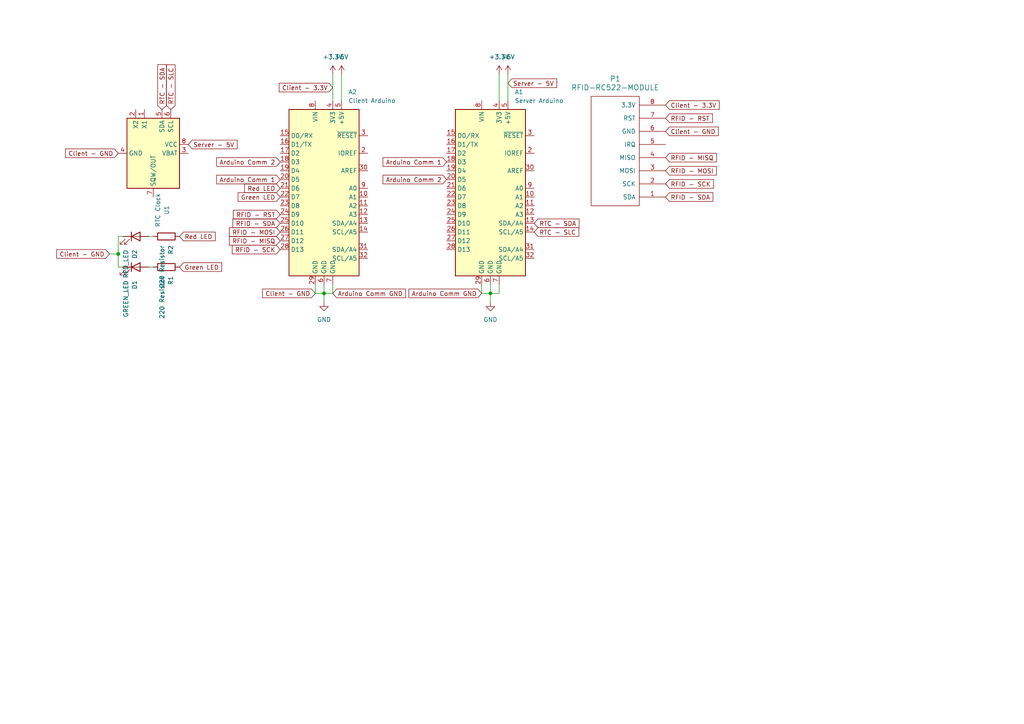
<source format=kicad_sch>
(kicad_sch (version 20230121) (generator eeschema)
  (paper "A4")
  (title_block (title "Arduino RFID") (date "2023-06-28"))
  (lib_symbols
    (symbol "Custom1:RFID-RC522-MODULE" (pin_names (offset 1.016))
      (property "Reference" "P" (at 0 1.27 0))
      (property "Value" "RFID-RC522-MODULE" (at -1.27 3.81 0))
      (symbol "RFID-RC522-MODULE_0_1"
        (rectangle (start -16.51 7.62) (end 15.24 -6.35))
      )
      (symbol "RFID-RC522-MODULE_1_1"
        (pin input line (at -13.97 -13.97 90) (length 7.62) (name "SDA") (number "1"))
        (pin input line (at -10.16 -13.97 90) (length 7.62) (name "SCK") (number "2"))
        (pin input line (at -6.35 -13.97 90) (length 7.62) (name "MOSI") (number "3"))
        (pin input line (at -2.54 -13.97 90) (length 7.62) (name "MISO") (number "4"))
        (pin input line (at 1.27 -13.97 90) (length 7.62) (name "IRQ") (number "5"))
        (pin input line (at 5.08 -13.97 90) (length 7.62) (name "GND") (number "6"))
        (pin input line (at 8.89 -13.97 90) (length 7.62) (name "RST") (number "7"))
        (pin input line (at 12.7 -13.97 90) (length 7.62) (name "3.3V") (number "8"))
      )
    )
    (symbol "Device:LED" (pin_numbers hide) (pin_names (offset 1.016) hide)
      (property "Reference" "D" (at 0 2.54 0))
      (property "Value" "LED" (at 0 -2.54 0))
      (symbol "LED_0_1"
        (polyline (pts (xy -1.27 -1.27) (xy -1.27 1.27)) (stroke (width 0.254)))
        (polyline (pts (xy -1.27 0) (xy 1.27 0)))
        (polyline (pts (xy 1.27 -1.27) (xy 1.27 1.27) (xy -1.27 0) (xy 1.27 -1.27)) (stroke (width 0.254)))
        (polyline (pts (xy -3.048 -0.762) (xy -4.572 -2.286) (xy -3.81 -2.286) (xy -4.572 -2.286) (xy -4.572 -1.524)))
        (polyline (pts (xy -1.778 -0.762) (xy -3.302 -2.286) (xy -2.54 -2.286) (xy -3.302 -2.286) (xy -3.302 -1.524)))
      )
      (symbol "LED_1_1"
        (pin passive line (at -3.81 0 0) (length 2.54) (name "K") (number "1"))
        (pin passive line (at 3.81 0 180) (length 2.54) (name "A") (number "2"))
      )
    )
    (symbol "Device:R" (pin_numbers hide) (pin_names (offset 0))
      (property "Reference" "R" (at 2.032 0 90))
      (property "Value" "R" (at 0 0 90))
      (symbol "R_0_1"
        (rectangle (start -1.016 -2.54) (end 1.016 2.54) (stroke (width 0.254)))
      )
      (symbol "R_1_1"
        (pin passive line (at 0 3.81 270) (length 1.27) (name "~") (number "1"))
        (pin passive line (at 0 -3.81 90) (length 1.27) (name "~") (number "2"))
      )
    )
    (symbol "MCU_Module:Arduino_UNO_R3"
      (property "Reference" "A" (at -10.16 23.495 0))
      (property "Value" "Arduino_UNO_R3" (at 5.08 -26.67 0))
      (symbol "Arduino_UNO_R3_0_1"
        (rectangle (start -10.16 22.86) (end 10.16 -25.4) (stroke (width 0.254)) (fill (type background)))
      )
      (symbol "Arduino_UNO_R3_1_1"
        (pin no_connect line (at -10.16 -20.32 0) (length 2.54) hide (name "NC") (number "1"))
        (pin bidirectional line (at 12.7 -2.54 180) (length 2.54) (name "A1") (number "10"))
        (pin bidirectional line (at 12.7 -5.08 180) (length 2.54) (name "A2") (number "11"))
        (pin bidirectional line (at 12.7 -7.62 180) (length 2.54) (name "A3") (number "12"))
        (pin bidirectional line (at 12.7 -10.16 180) (length 2.54) (name "SDA/A4") (number "13"))
        (pin bidirectional line (at 12.7 -12.7 180) (length 2.54) (name "SCL/A5") (number "14"))
        (pin bidirectional line (at -12.7 15.24 0) (length 2.54) (name "D0/RX") (number "15"))
        (pin bidirectional line (at -12.7 12.7 0) (length 2.54) (name "D1/TX") (number "16"))
        (pin bidirectional line (at -12.7 10.16 0) (length 2.54) (name "D2") (number "17"))
        (pin bidirectional line (at -12.7 7.62 0) (length 2.54) (name "D3") (number "18"))
        (pin bidirectional line (at -12.7 5.08 0) (length 2.54) (name "D4") (number "19"))
        (pin output line (at 12.7 10.16 180) (length 2.54) (name "IOREF") (number "2"))
        (pin bidirectional line (at -12.7 2.54 0) (length 2.54) (name "D5") (number "20"))
        (pin bidirectional line (at -12.7 0 0) (length 2.54) (name "D6") (number "21"))
        (pin bidirectional line (at -12.7 -2.54 0) (length 2.54) (name "D7") (number "22"))
        (pin bidirectional line (at -12.7 -5.08 0) (length 2.54) (name "D8") (number "23"))
        (pin bidirectional line (at -12.7 -7.62 0) (length 2.54) (name "D9") (number "24"))
        (pin bidirectional line (at -12.7 -10.16 0) (length 2.54) (name "D10") (number "25"))
        (pin bidirectional line (at -12.7 -12.7 0) (length 2.54) (name "D11") (number "26"))
        (pin bidirectional line (at -12.7 -15.24 0) (length 2.54) (name "D12") (number "27"))
        (pin bidirectional line (at -12.7 -17.78 0) (length 2.54) (name "D13") (number "28"))
        (pin power_in line (at -2.54 -27.94 90) (length 2.54) (name "GND") (number "29"))
        (pin input line (at 12.7 15.24 180) (length 2.54) (name "~{RESET}") (number "3"))
        (pin input line (at 12.7 5.08 180) (length 2.54) (name "AREF") (number "30"))
        (pin bidirectional line (at 12.7 -17.78 180) (length 2.54) (name "SDA/A4") (number "31"))
        (pin bidirectional line (at 12.7 -20.32 180) (length 2.54) (name "SCL/A5") (number "32"))
        (pin power_out line (at 2.54 25.4 270) (length 2.54) (name "3V3") (number "4"))
        (pin power_out line (at 5.08 25.4 270) (length 2.54) (name "+5V") (number "5"))
        (pin power_in line (at 0 -27.94 90) (length 2.54) (name "GND") (number "6"))
        (pin power_in line (at 2.54 -27.94 90) (length 2.54) (name "GND") (number "7"))
        (pin power_in line (at -2.54 25.4 270) (length 2.54) (name "VIN") (number "8"))
        (pin bidirectional line (at 12.7 0 180) (length 2.54) (name "A0") (number "9"))
      )
    )
    (symbol "Timer_RTC:DS1307+"
      (property "Reference" "U" (at -8.89 8.89 0))
      (property "Value" "DS1307+" (at 1.27 8.89 0))
      (symbol "DS1307+_0_1"
        (rectangle (start -10.16 7.62) (end 10.16 -7.62) (stroke (width 0.254)) (fill (type background)))
      )
      (symbol "DS1307+_1_1"
        (pin input line (at -12.7 -2.54 0) (length 2.54) (name "X1") (number "1"))
        (pin input line (at -12.7 -5.08 0) (length 2.54) (name "X2") (number "2"))
        (pin power_in line (at 0 10.16 270) (length 2.54) (name "VBAT") (number "3"))
        (pin power_in line (at 0 -10.16 90) (length 2.54) (name "GND") (number "4"))
        (pin bidirectional line (at -12.7 2.54 0) (length 2.54) (name "SDA") (number "5"))
        (pin input line (at -12.7 5.08 0) (length 2.54) (name "SCL") (number "6"))
        (pin open_collector line (at 12.7 0 180) (length 2.54) (name "SQW/OUT") (number "7"))
        (pin power_in line (at -2.54 10.16 270) (length 2.54) (name "VCC") (number "8"))
      )
    )
    (symbol "power:+3.3V" (power) (pin_names (offset 0))
      (property "Value" "+3.3V" (at 0 3.556 0))
      (symbol "+3.3V_0_1"
        (polyline (pts (xy -0.762 1.27) (xy 0 2.54)))
        (polyline (pts (xy 0 0) (xy 0 2.54)))
        (polyline (pts (xy 0 2.54) (xy 0.762 1.27)))
      )
      (symbol "+3.3V_1_1"
        (pin power_in line (at 0 0 90) (length 0) hide (name "+3.3V") (number "1"))
      )
    )
    (symbol "power:+5V" (power) (pin_names (offset 0))
      (property "Value" "+5V" (at 0 3.556 0))
      (symbol "+5V_0_1"
        (polyline (pts (xy -0.762 1.27) (xy 0 2.54)))
        (polyline (pts (xy 0 0) (xy 0 2.54)))
        (polyline (pts (xy 0 2.54) (xy 0.762 1.27)))
      )
      (symbol "+5V_1_1"
        (pin power_in line (at 0 0 90) (length 0) hide (name "+5V") (number "1"))
      )
    )
    (symbol "power:GND" (power) (pin_names (offset 0))
      (property "Value" "GND" (at 0 -3.81 0))
      (symbol "GND_0_1"
        (polyline (pts (xy 0 0) (xy 0 -1.27) (xy 1.27 -1.27) (xy 0 -2.54) (xy -1.27 -1.27) (xy 0 -1.27)))
      )
      (symbol "GND_1_1"
        (pin power_in line (at 0 0 270) (length 0) hide (name "GND") (number "1"))
      )
    )
  )
  (junction (at 93.98 85.09))
  (junction (at 142.24 85.09))
  (junction (at 34.29 73.66))
  (wire (pts (xy 147.32 21.59) (xy 147.32 29.21)))
  (wire (pts (xy 35.56 77.47) (xy 34.29 77.47)))
  (wire (pts (xy 44.45 77.47) (xy 43.18 77.47)))
  (wire (pts (xy 91.44 82.55) (xy 91.44 85.09)))
  (wire (pts (xy 93.98 82.55) (xy 93.98 85.09)))
  (wire (pts (xy 139.7 82.55) (xy 139.7 85.09)))
  (wire (pts (xy 139.7 85.09) (xy 142.24 85.09)))
  (wire (pts (xy 93.98 85.09) (xy 93.98 87.63)))
  (wire (pts (xy 142.24 85.09) (xy 144.78 85.09)))
  (wire (pts (xy 91.44 85.09) (xy 93.98 85.09)))
  (wire (pts (xy 144.78 82.55) (xy 144.78 85.09)))
  (wire (pts (xy 34.29 68.58) (xy 34.29 73.66)))
  (wire (pts (xy 142.24 82.55) (xy 142.24 85.09)))
  (wire (pts (xy 96.52 21.59) (xy 96.52 29.21)))
  (wire (pts (xy 93.98 85.09) (xy 96.52 85.09)))
  (wire (pts (xy 96.52 82.55) (xy 96.52 85.09)))
  (wire (pts (xy 144.78 21.59) (xy 144.78 29.21)))
  (wire (pts (xy 35.56 68.58) (xy 34.29 68.58)))
  (wire (pts (xy 34.29 73.66) (xy 31.75 73.66)))
  (wire (pts (xy 34.29 77.47) (xy 34.29 73.66)))
  (wire (pts (xy 99.06 21.59) (xy 99.06 29.21)))
  (wire (pts (xy 142.24 87.63) (xy 142.24 85.09)))
  (wire (pts (xy 44.45 68.58) (xy 43.18 68.58)))
  (global_label "RFID - SCK" (shape input) (at 81.28 72.39 180) (property "Intersheetrefs" "${INTERSHEET_REFS}" (effects hide)))
  (global_label "RFID - RST" (shape input) (at 81.28 62.23 180) (property "Intersheetrefs" "${INTERSHEET_REFS}" (effects hide)))
  (global_label "Red LED" (shape input) (at 52.07 68.58 0) (property "Intersheetrefs" "${INTERSHEET_REFS}" (effects hide)))
  (global_label "Client - 3.3V" (shape input) (at 96.52 25.4 180) (property "Intersheetrefs" "${INTERSHEET_REFS}" (effects hide)))
  (global_label "Arduino Comm 2" (shape input) (at 129.54 52.07 180) (property "Intersheetrefs" "${INTERSHEET_REFS}" (effects hide)))
  (global_label "RTC - SDA" (shape input) (at 46.99 31.75 90) (property "Intersheetrefs" "${INTERSHEET_REFS}" (effects hide)))
  (global_label "Client - 3.3V" (shape input) (at 193.04 30.48 0) (property "Intersheetrefs" "${INTERSHEET_REFS}" (effects hide)))
  (global_label "Green LED" (shape input) (at 81.28 57.15 180) (property "Intersheetrefs" "${INTERSHEET_REFS}" (effects hide)))
  (global_label "RFID - MOSI" (shape input) (at 193.04 49.53 0) (property "Intersheetrefs" "${INTERSHEET_REFS}" (effects hide)))
  (global_label "Server - 5V" (shape input) (at 147.32 24.13 0) (property "Intersheetrefs" "${INTERSHEET_REFS}" (effects hide)))
  (global_label "RTC - SLC" (shape input) (at 154.94 67.31 0) (property "Intersheetrefs" "${INTERSHEET_REFS}" (effects hide)))
  (global_label "Arduino Comm 1" (shape input) (at 81.28 52.07 180) (property "Intersheetrefs" "${INTERSHEET_REFS}" (effects hide)))
  (global_label "Arduino Comm GND" (shape input) (at 139.7 85.09 180) (property "Intersheetrefs" "${INTERSHEET_REFS}" (effects hide)))
  (global_label "RFID - SDA" (shape input) (at 193.04 57.15 0) (property "Intersheetrefs" "${INTERSHEET_REFS}" (effects hide)))
  (global_label "Arduino Comm GND" (shape input) (at 96.52 85.09 0) (property "Intersheetrefs" "${INTERSHEET_REFS}" (effects hide)))
  (global_label "Client - GND" (shape input) (at 34.29 44.45 180) (property "Intersheetrefs" "${INTERSHEET_REFS}" (effects hide)))
  (global_label "Green LED" (shape input) (at 52.07 77.47 0) (property "Intersheetrefs" "${INTERSHEET_REFS}" (effects hide)))
  (global_label "RFID - MISQ" (shape input) (at 193.04 45.72 0) (property "Intersheetrefs" "${INTERSHEET_REFS}" (effects hide)))
  (global_label "RFID - MOSI" (shape input) (at 81.28 67.31 180) (property "Intersheetrefs" "${INTERSHEET_REFS}" (effects hide)))
  (global_label "Arduino Comm 1" (shape input) (at 129.54 46.99 180) (property "Intersheetrefs" "${INTERSHEET_REFS}" (effects hide)))
  (global_label "Client - GND" (shape input) (at 31.75 73.66 180) (property "Intersheetrefs" "${INTERSHEET_REFS}" (effects hide)))
  (global_label "Arduino Comm 2" (shape input) (at 81.28 46.99 180) (property "Intersheetrefs" "${INTERSHEET_REFS}" (effects hide)))
  (global_label "RFID - SDA" (shape input) (at 81.28 64.77 180) (property "Intersheetrefs" "${INTERSHEET_REFS}" (effects hide)))
  (global_label "RFID - RST" (shape input) (at 193.04 34.29 0) (property "Intersheetrefs" "${INTERSHEET_REFS}" (effects hide)))
  (global_label "RFID - MISQ" (shape input) (at 81.28 69.85 180) (property "Intersheetrefs" "${INTERSHEET_REFS}" (effects hide)))
  (global_label "RTC - SLC" (shape input) (at 49.53 31.75 90) (property "Intersheetrefs" "${INTERSHEET_REFS}" (effects hide)))
  (global_label "RFID - SCK" (shape input) (at 193.04 53.34 0) (property "Intersheetrefs" "${INTERSHEET_REFS}" (effects hide)))
  (global_label "Client - GND" (shape input) (at 91.44 85.09 180) (property "Intersheetrefs" "${INTERSHEET_REFS}" (effects hide)))
  (global_label "Server - 5V" (shape input) (at 54.61 41.91 0) (property "Intersheetrefs" "${INTERSHEET_REFS}" (effects hide)))
  (global_label "RTC - SDA" (shape input) (at 154.94 64.77 0) (property "Intersheetrefs" "${INTERSHEET_REFS}" (effects hide)))
  (global_label "Red LED" (shape input) (at 81.28 54.61 180) (property "Intersheetrefs" "${INTERSHEET_REFS}" (effects hide)))
  (global_label "Client - GND" (shape input) (at 193.04 38.1 0) (property "Intersheetrefs" "${INTERSHEET_REFS}" (effects hide)))
  (symbol (lib_id "Device:LED") (at 39.37 68.58 0) (unit 1)
    (property "Reference" "D2" (at 39.0525 72.39 90) (effects (justify right)))
    (property "Value" "RED_LED" (at 36.5125 72.39 90) (effects (justify right)))
  )
  (symbol (lib_id "power:+5V") (at 99.06 21.59 0) (unit 1)
    (property "Reference" "#PWR01" (effects hide))
    (property "Value" "+5V" (at 99.06 16.51 0))
  )
  (symbol (lib_id "power:GND") (at 142.24 87.63 0) (unit 1)
    (property "Reference" "#PWR02" (effects hide))
    (property "Value" "GND" (at 142.24 92.71 0))
  )
  (symbol (lib_id "Custom1:RFID-RC522-MODULE") (at 179.07 43.18 90) (unit 1)
    (property "Reference" "P1" (at 178.435 22.86 90) (effects (font (size 1.524 1.524))))
    (property "Value" "RFID-RC522-MODULE" (at 178.435 25.4 90) (effects (font (size 1.524 1.524))))
  )
  (symbol (lib_id "power:+3.3V") (at 96.52 21.59 0) (unit 1)
    (property "Reference" "#PWR04" (effects hide))
    (property "Value" "+3.3V" (at 96.52 16.51 0))
  )
  (symbol (lib_id "Device:LED") (at 39.37 77.47 0) (unit 1)
    (property "Reference" "D1" (at 39.0525 81.28 90) (effects (justify right)))
    (property "Value" "GREEN_LED" (at 36.5125 81.28 90) (effects (justify right)))
  )
  (symbol (lib_id "Device:R") (at 48.26 77.47 270) (unit 1)
    (property "Reference" "R1" (at 49.53 80.01 0) (effects (justify left)))
    (property "Value" "220 Resistor" (at 46.99 80.01 0) (effects (justify left)))
  )
  (symbol (lib_id "power:+3.3V") (at 144.78 21.59 0) (unit 1)
    (property "Reference" "#PWR06" (effects hide))
    (property "Value" "+3.3V" (at 144.78 16.51 0))
  )
  (symbol (lib_id "power:GND") (at 93.98 87.63 0) (unit 1)
    (property "Reference" "#PWR03" (effects hide))
    (property "Value" "GND" (at 93.98 92.71 0))
  )
  (symbol (lib_id "Timer_RTC:DS1307+") (at 44.45 44.45 270) (unit 1)
    (property "Reference" "U1" (at 48.3361 60.96 0))
    (property "Value" "RTC Clock" (at 45.7961 60.96 0))
    (property "Footprint" "Package_DIP:DIP-8_W7.62mm" (effects hide))
    (property "Datasheet" "https://datasheets.maximintegrated.com/en/ds/DS1307.pdf" (effects hide))
  )
  (symbol (lib_id "MCU_Module:Arduino_UNO_R3") (at 142.24 54.61 0) (unit 1)
    (property "Reference" "A1" (at 149.2759 26.67 0) (effects (justify left)))
    (property "Value" "Server Arduino" (at 149.2759 29.21 0) (effects (justify left)))
    (property "Footprint" "Module:Arduino_UNO_R3" (effects hide))
    (property "Datasheet" "https://www.arduino.cc/en/Main/arduinoBoardUno" (effects hide))
  )
  (symbol (lib_id "Device:R") (at 48.26 68.58 270) (unit 1)
    (property "Reference" "R2" (at 49.53 71.12 0) (effects (justify left)))
    (property "Value" "220 Resistor" (at 46.99 71.12 0) (effects (justify left)))
  )
  (symbol (lib_id "MCU_Module:Arduino_UNO_R3") (at 93.98 54.61 0) (unit 1)
    (property "Reference" "A2" (at 101.0159 26.67 0) (effects (justify left)))
    (property "Value" "Client Arduino" (at 101.0159 29.21 0) (effects (justify left)))
    (property "Footprint" "Module:Arduino_UNO_R3" (effects hide))
    (property "Datasheet" "https://www.arduino.cc/en/Main/arduinoBoardUno" (effects hide))
  )
  (symbol (lib_id "power:+5V") (at 147.32 21.59 0) (unit 1)
    (property "Reference" "#PWR05" (effects hide))
    (property "Value" "+5V" (at 147.32 16.51 0))
  )
)
</source>
